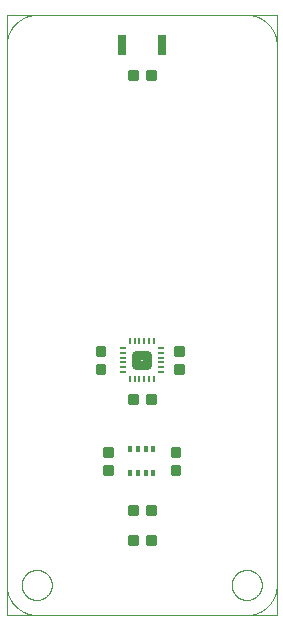
<source format=gtp>
G75*
%MOIN*%
%OFA0B0*%
%FSLAX25Y25*%
%IPPOS*%
%LPD*%
%AMOC8*
5,1,8,0,0,1.08239X$1,22.5*
%
%ADD10C,0.00000*%
%ADD11C,0.00875*%
%ADD12R,0.01378X0.01969*%
%ADD13R,0.03150X0.06693*%
%ADD14R,0.02362X0.00787*%
%ADD15R,0.00787X0.02362*%
%ADD16C,0.03031*%
D10*
X0005000Y0004300D02*
X0005000Y0204261D01*
X0094951Y0204261D01*
X0094951Y0004300D01*
X0005000Y0004300D01*
X0005000Y0014300D02*
X0005000Y0194300D01*
X0005003Y0194542D01*
X0005012Y0194783D01*
X0005026Y0195024D01*
X0005047Y0195265D01*
X0005073Y0195505D01*
X0005105Y0195745D01*
X0005143Y0195984D01*
X0005186Y0196221D01*
X0005236Y0196458D01*
X0005291Y0196693D01*
X0005351Y0196927D01*
X0005418Y0197159D01*
X0005489Y0197390D01*
X0005567Y0197619D01*
X0005650Y0197846D01*
X0005738Y0198071D01*
X0005832Y0198294D01*
X0005931Y0198514D01*
X0006036Y0198732D01*
X0006145Y0198947D01*
X0006260Y0199160D01*
X0006380Y0199370D01*
X0006505Y0199576D01*
X0006635Y0199780D01*
X0006770Y0199981D01*
X0006910Y0200178D01*
X0007054Y0200372D01*
X0007203Y0200562D01*
X0007357Y0200748D01*
X0007515Y0200931D01*
X0007677Y0201110D01*
X0007844Y0201285D01*
X0008015Y0201456D01*
X0008190Y0201623D01*
X0008369Y0201785D01*
X0008552Y0201943D01*
X0008738Y0202097D01*
X0008928Y0202246D01*
X0009122Y0202390D01*
X0009319Y0202530D01*
X0009520Y0202665D01*
X0009724Y0202795D01*
X0009930Y0202920D01*
X0010140Y0203040D01*
X0010353Y0203155D01*
X0010568Y0203264D01*
X0010786Y0203369D01*
X0011006Y0203468D01*
X0011229Y0203562D01*
X0011454Y0203650D01*
X0011681Y0203733D01*
X0011910Y0203811D01*
X0012141Y0203882D01*
X0012373Y0203949D01*
X0012607Y0204009D01*
X0012842Y0204064D01*
X0013079Y0204114D01*
X0013316Y0204157D01*
X0013555Y0204195D01*
X0013795Y0204227D01*
X0014035Y0204253D01*
X0014276Y0204274D01*
X0014517Y0204288D01*
X0014758Y0204297D01*
X0015000Y0204300D01*
X0085000Y0204300D01*
X0085242Y0204297D01*
X0085483Y0204288D01*
X0085724Y0204274D01*
X0085965Y0204253D01*
X0086205Y0204227D01*
X0086445Y0204195D01*
X0086684Y0204157D01*
X0086921Y0204114D01*
X0087158Y0204064D01*
X0087393Y0204009D01*
X0087627Y0203949D01*
X0087859Y0203882D01*
X0088090Y0203811D01*
X0088319Y0203733D01*
X0088546Y0203650D01*
X0088771Y0203562D01*
X0088994Y0203468D01*
X0089214Y0203369D01*
X0089432Y0203264D01*
X0089647Y0203155D01*
X0089860Y0203040D01*
X0090070Y0202920D01*
X0090276Y0202795D01*
X0090480Y0202665D01*
X0090681Y0202530D01*
X0090878Y0202390D01*
X0091072Y0202246D01*
X0091262Y0202097D01*
X0091448Y0201943D01*
X0091631Y0201785D01*
X0091810Y0201623D01*
X0091985Y0201456D01*
X0092156Y0201285D01*
X0092323Y0201110D01*
X0092485Y0200931D01*
X0092643Y0200748D01*
X0092797Y0200562D01*
X0092946Y0200372D01*
X0093090Y0200178D01*
X0093230Y0199981D01*
X0093365Y0199780D01*
X0093495Y0199576D01*
X0093620Y0199370D01*
X0093740Y0199160D01*
X0093855Y0198947D01*
X0093964Y0198732D01*
X0094069Y0198514D01*
X0094168Y0198294D01*
X0094262Y0198071D01*
X0094350Y0197846D01*
X0094433Y0197619D01*
X0094511Y0197390D01*
X0094582Y0197159D01*
X0094649Y0196927D01*
X0094709Y0196693D01*
X0094764Y0196458D01*
X0094814Y0196221D01*
X0094857Y0195984D01*
X0094895Y0195745D01*
X0094927Y0195505D01*
X0094953Y0195265D01*
X0094974Y0195024D01*
X0094988Y0194783D01*
X0094997Y0194542D01*
X0095000Y0194300D01*
X0095000Y0014300D01*
X0080000Y0014300D02*
X0080002Y0014441D01*
X0080008Y0014582D01*
X0080018Y0014722D01*
X0080032Y0014862D01*
X0080050Y0015002D01*
X0080071Y0015141D01*
X0080097Y0015280D01*
X0080126Y0015418D01*
X0080160Y0015554D01*
X0080197Y0015690D01*
X0080238Y0015825D01*
X0080283Y0015959D01*
X0080332Y0016091D01*
X0080384Y0016222D01*
X0080440Y0016351D01*
X0080500Y0016478D01*
X0080563Y0016604D01*
X0080629Y0016728D01*
X0080700Y0016851D01*
X0080773Y0016971D01*
X0080850Y0017089D01*
X0080930Y0017205D01*
X0081014Y0017318D01*
X0081100Y0017429D01*
X0081190Y0017538D01*
X0081283Y0017644D01*
X0081378Y0017747D01*
X0081477Y0017848D01*
X0081578Y0017946D01*
X0081682Y0018041D01*
X0081789Y0018133D01*
X0081898Y0018222D01*
X0082010Y0018307D01*
X0082124Y0018390D01*
X0082240Y0018470D01*
X0082359Y0018546D01*
X0082480Y0018618D01*
X0082602Y0018688D01*
X0082727Y0018753D01*
X0082853Y0018816D01*
X0082981Y0018874D01*
X0083111Y0018929D01*
X0083242Y0018981D01*
X0083375Y0019028D01*
X0083509Y0019072D01*
X0083644Y0019113D01*
X0083780Y0019149D01*
X0083917Y0019181D01*
X0084055Y0019210D01*
X0084193Y0019235D01*
X0084333Y0019255D01*
X0084473Y0019272D01*
X0084613Y0019285D01*
X0084754Y0019294D01*
X0084894Y0019299D01*
X0085035Y0019300D01*
X0085176Y0019297D01*
X0085317Y0019290D01*
X0085457Y0019279D01*
X0085597Y0019264D01*
X0085737Y0019245D01*
X0085876Y0019223D01*
X0086014Y0019196D01*
X0086152Y0019166D01*
X0086288Y0019131D01*
X0086424Y0019093D01*
X0086558Y0019051D01*
X0086692Y0019005D01*
X0086824Y0018956D01*
X0086954Y0018902D01*
X0087083Y0018845D01*
X0087210Y0018785D01*
X0087336Y0018721D01*
X0087459Y0018653D01*
X0087581Y0018582D01*
X0087701Y0018508D01*
X0087818Y0018430D01*
X0087933Y0018349D01*
X0088046Y0018265D01*
X0088157Y0018178D01*
X0088265Y0018087D01*
X0088370Y0017994D01*
X0088473Y0017897D01*
X0088573Y0017798D01*
X0088670Y0017696D01*
X0088764Y0017591D01*
X0088855Y0017484D01*
X0088943Y0017374D01*
X0089028Y0017262D01*
X0089110Y0017147D01*
X0089189Y0017030D01*
X0089264Y0016911D01*
X0089336Y0016790D01*
X0089404Y0016667D01*
X0089469Y0016542D01*
X0089531Y0016415D01*
X0089588Y0016286D01*
X0089643Y0016156D01*
X0089693Y0016025D01*
X0089740Y0015892D01*
X0089783Y0015758D01*
X0089822Y0015622D01*
X0089857Y0015486D01*
X0089889Y0015349D01*
X0089916Y0015211D01*
X0089940Y0015072D01*
X0089960Y0014932D01*
X0089976Y0014792D01*
X0089988Y0014652D01*
X0089996Y0014511D01*
X0090000Y0014370D01*
X0090000Y0014230D01*
X0089996Y0014089D01*
X0089988Y0013948D01*
X0089976Y0013808D01*
X0089960Y0013668D01*
X0089940Y0013528D01*
X0089916Y0013389D01*
X0089889Y0013251D01*
X0089857Y0013114D01*
X0089822Y0012978D01*
X0089783Y0012842D01*
X0089740Y0012708D01*
X0089693Y0012575D01*
X0089643Y0012444D01*
X0089588Y0012314D01*
X0089531Y0012185D01*
X0089469Y0012058D01*
X0089404Y0011933D01*
X0089336Y0011810D01*
X0089264Y0011689D01*
X0089189Y0011570D01*
X0089110Y0011453D01*
X0089028Y0011338D01*
X0088943Y0011226D01*
X0088855Y0011116D01*
X0088764Y0011009D01*
X0088670Y0010904D01*
X0088573Y0010802D01*
X0088473Y0010703D01*
X0088370Y0010606D01*
X0088265Y0010513D01*
X0088157Y0010422D01*
X0088046Y0010335D01*
X0087933Y0010251D01*
X0087818Y0010170D01*
X0087701Y0010092D01*
X0087581Y0010018D01*
X0087459Y0009947D01*
X0087336Y0009879D01*
X0087210Y0009815D01*
X0087083Y0009755D01*
X0086954Y0009698D01*
X0086824Y0009644D01*
X0086692Y0009595D01*
X0086558Y0009549D01*
X0086424Y0009507D01*
X0086288Y0009469D01*
X0086152Y0009434D01*
X0086014Y0009404D01*
X0085876Y0009377D01*
X0085737Y0009355D01*
X0085597Y0009336D01*
X0085457Y0009321D01*
X0085317Y0009310D01*
X0085176Y0009303D01*
X0085035Y0009300D01*
X0084894Y0009301D01*
X0084754Y0009306D01*
X0084613Y0009315D01*
X0084473Y0009328D01*
X0084333Y0009345D01*
X0084193Y0009365D01*
X0084055Y0009390D01*
X0083917Y0009419D01*
X0083780Y0009451D01*
X0083644Y0009487D01*
X0083509Y0009528D01*
X0083375Y0009572D01*
X0083242Y0009619D01*
X0083111Y0009671D01*
X0082981Y0009726D01*
X0082853Y0009784D01*
X0082727Y0009847D01*
X0082602Y0009912D01*
X0082480Y0009982D01*
X0082359Y0010054D01*
X0082240Y0010130D01*
X0082124Y0010210D01*
X0082010Y0010293D01*
X0081898Y0010378D01*
X0081789Y0010467D01*
X0081682Y0010559D01*
X0081578Y0010654D01*
X0081477Y0010752D01*
X0081378Y0010853D01*
X0081283Y0010956D01*
X0081190Y0011062D01*
X0081100Y0011171D01*
X0081014Y0011282D01*
X0080930Y0011395D01*
X0080850Y0011511D01*
X0080773Y0011629D01*
X0080700Y0011749D01*
X0080629Y0011872D01*
X0080563Y0011996D01*
X0080500Y0012122D01*
X0080440Y0012249D01*
X0080384Y0012378D01*
X0080332Y0012509D01*
X0080283Y0012641D01*
X0080238Y0012775D01*
X0080197Y0012910D01*
X0080160Y0013046D01*
X0080126Y0013182D01*
X0080097Y0013320D01*
X0080071Y0013459D01*
X0080050Y0013598D01*
X0080032Y0013738D01*
X0080018Y0013878D01*
X0080008Y0014018D01*
X0080002Y0014159D01*
X0080000Y0014300D01*
X0085000Y0004300D02*
X0085242Y0004303D01*
X0085483Y0004312D01*
X0085724Y0004326D01*
X0085965Y0004347D01*
X0086205Y0004373D01*
X0086445Y0004405D01*
X0086684Y0004443D01*
X0086921Y0004486D01*
X0087158Y0004536D01*
X0087393Y0004591D01*
X0087627Y0004651D01*
X0087859Y0004718D01*
X0088090Y0004789D01*
X0088319Y0004867D01*
X0088546Y0004950D01*
X0088771Y0005038D01*
X0088994Y0005132D01*
X0089214Y0005231D01*
X0089432Y0005336D01*
X0089647Y0005445D01*
X0089860Y0005560D01*
X0090070Y0005680D01*
X0090276Y0005805D01*
X0090480Y0005935D01*
X0090681Y0006070D01*
X0090878Y0006210D01*
X0091072Y0006354D01*
X0091262Y0006503D01*
X0091448Y0006657D01*
X0091631Y0006815D01*
X0091810Y0006977D01*
X0091985Y0007144D01*
X0092156Y0007315D01*
X0092323Y0007490D01*
X0092485Y0007669D01*
X0092643Y0007852D01*
X0092797Y0008038D01*
X0092946Y0008228D01*
X0093090Y0008422D01*
X0093230Y0008619D01*
X0093365Y0008820D01*
X0093495Y0009024D01*
X0093620Y0009230D01*
X0093740Y0009440D01*
X0093855Y0009653D01*
X0093964Y0009868D01*
X0094069Y0010086D01*
X0094168Y0010306D01*
X0094262Y0010529D01*
X0094350Y0010754D01*
X0094433Y0010981D01*
X0094511Y0011210D01*
X0094582Y0011441D01*
X0094649Y0011673D01*
X0094709Y0011907D01*
X0094764Y0012142D01*
X0094814Y0012379D01*
X0094857Y0012616D01*
X0094895Y0012855D01*
X0094927Y0013095D01*
X0094953Y0013335D01*
X0094974Y0013576D01*
X0094988Y0013817D01*
X0094997Y0014058D01*
X0095000Y0014300D01*
X0085000Y0004300D02*
X0015000Y0004300D01*
X0010000Y0014300D02*
X0010002Y0014441D01*
X0010008Y0014582D01*
X0010018Y0014722D01*
X0010032Y0014862D01*
X0010050Y0015002D01*
X0010071Y0015141D01*
X0010097Y0015280D01*
X0010126Y0015418D01*
X0010160Y0015554D01*
X0010197Y0015690D01*
X0010238Y0015825D01*
X0010283Y0015959D01*
X0010332Y0016091D01*
X0010384Y0016222D01*
X0010440Y0016351D01*
X0010500Y0016478D01*
X0010563Y0016604D01*
X0010629Y0016728D01*
X0010700Y0016851D01*
X0010773Y0016971D01*
X0010850Y0017089D01*
X0010930Y0017205D01*
X0011014Y0017318D01*
X0011100Y0017429D01*
X0011190Y0017538D01*
X0011283Y0017644D01*
X0011378Y0017747D01*
X0011477Y0017848D01*
X0011578Y0017946D01*
X0011682Y0018041D01*
X0011789Y0018133D01*
X0011898Y0018222D01*
X0012010Y0018307D01*
X0012124Y0018390D01*
X0012240Y0018470D01*
X0012359Y0018546D01*
X0012480Y0018618D01*
X0012602Y0018688D01*
X0012727Y0018753D01*
X0012853Y0018816D01*
X0012981Y0018874D01*
X0013111Y0018929D01*
X0013242Y0018981D01*
X0013375Y0019028D01*
X0013509Y0019072D01*
X0013644Y0019113D01*
X0013780Y0019149D01*
X0013917Y0019181D01*
X0014055Y0019210D01*
X0014193Y0019235D01*
X0014333Y0019255D01*
X0014473Y0019272D01*
X0014613Y0019285D01*
X0014754Y0019294D01*
X0014894Y0019299D01*
X0015035Y0019300D01*
X0015176Y0019297D01*
X0015317Y0019290D01*
X0015457Y0019279D01*
X0015597Y0019264D01*
X0015737Y0019245D01*
X0015876Y0019223D01*
X0016014Y0019196D01*
X0016152Y0019166D01*
X0016288Y0019131D01*
X0016424Y0019093D01*
X0016558Y0019051D01*
X0016692Y0019005D01*
X0016824Y0018956D01*
X0016954Y0018902D01*
X0017083Y0018845D01*
X0017210Y0018785D01*
X0017336Y0018721D01*
X0017459Y0018653D01*
X0017581Y0018582D01*
X0017701Y0018508D01*
X0017818Y0018430D01*
X0017933Y0018349D01*
X0018046Y0018265D01*
X0018157Y0018178D01*
X0018265Y0018087D01*
X0018370Y0017994D01*
X0018473Y0017897D01*
X0018573Y0017798D01*
X0018670Y0017696D01*
X0018764Y0017591D01*
X0018855Y0017484D01*
X0018943Y0017374D01*
X0019028Y0017262D01*
X0019110Y0017147D01*
X0019189Y0017030D01*
X0019264Y0016911D01*
X0019336Y0016790D01*
X0019404Y0016667D01*
X0019469Y0016542D01*
X0019531Y0016415D01*
X0019588Y0016286D01*
X0019643Y0016156D01*
X0019693Y0016025D01*
X0019740Y0015892D01*
X0019783Y0015758D01*
X0019822Y0015622D01*
X0019857Y0015486D01*
X0019889Y0015349D01*
X0019916Y0015211D01*
X0019940Y0015072D01*
X0019960Y0014932D01*
X0019976Y0014792D01*
X0019988Y0014652D01*
X0019996Y0014511D01*
X0020000Y0014370D01*
X0020000Y0014230D01*
X0019996Y0014089D01*
X0019988Y0013948D01*
X0019976Y0013808D01*
X0019960Y0013668D01*
X0019940Y0013528D01*
X0019916Y0013389D01*
X0019889Y0013251D01*
X0019857Y0013114D01*
X0019822Y0012978D01*
X0019783Y0012842D01*
X0019740Y0012708D01*
X0019693Y0012575D01*
X0019643Y0012444D01*
X0019588Y0012314D01*
X0019531Y0012185D01*
X0019469Y0012058D01*
X0019404Y0011933D01*
X0019336Y0011810D01*
X0019264Y0011689D01*
X0019189Y0011570D01*
X0019110Y0011453D01*
X0019028Y0011338D01*
X0018943Y0011226D01*
X0018855Y0011116D01*
X0018764Y0011009D01*
X0018670Y0010904D01*
X0018573Y0010802D01*
X0018473Y0010703D01*
X0018370Y0010606D01*
X0018265Y0010513D01*
X0018157Y0010422D01*
X0018046Y0010335D01*
X0017933Y0010251D01*
X0017818Y0010170D01*
X0017701Y0010092D01*
X0017581Y0010018D01*
X0017459Y0009947D01*
X0017336Y0009879D01*
X0017210Y0009815D01*
X0017083Y0009755D01*
X0016954Y0009698D01*
X0016824Y0009644D01*
X0016692Y0009595D01*
X0016558Y0009549D01*
X0016424Y0009507D01*
X0016288Y0009469D01*
X0016152Y0009434D01*
X0016014Y0009404D01*
X0015876Y0009377D01*
X0015737Y0009355D01*
X0015597Y0009336D01*
X0015457Y0009321D01*
X0015317Y0009310D01*
X0015176Y0009303D01*
X0015035Y0009300D01*
X0014894Y0009301D01*
X0014754Y0009306D01*
X0014613Y0009315D01*
X0014473Y0009328D01*
X0014333Y0009345D01*
X0014193Y0009365D01*
X0014055Y0009390D01*
X0013917Y0009419D01*
X0013780Y0009451D01*
X0013644Y0009487D01*
X0013509Y0009528D01*
X0013375Y0009572D01*
X0013242Y0009619D01*
X0013111Y0009671D01*
X0012981Y0009726D01*
X0012853Y0009784D01*
X0012727Y0009847D01*
X0012602Y0009912D01*
X0012480Y0009982D01*
X0012359Y0010054D01*
X0012240Y0010130D01*
X0012124Y0010210D01*
X0012010Y0010293D01*
X0011898Y0010378D01*
X0011789Y0010467D01*
X0011682Y0010559D01*
X0011578Y0010654D01*
X0011477Y0010752D01*
X0011378Y0010853D01*
X0011283Y0010956D01*
X0011190Y0011062D01*
X0011100Y0011171D01*
X0011014Y0011282D01*
X0010930Y0011395D01*
X0010850Y0011511D01*
X0010773Y0011629D01*
X0010700Y0011749D01*
X0010629Y0011872D01*
X0010563Y0011996D01*
X0010500Y0012122D01*
X0010440Y0012249D01*
X0010384Y0012378D01*
X0010332Y0012509D01*
X0010283Y0012641D01*
X0010238Y0012775D01*
X0010197Y0012910D01*
X0010160Y0013046D01*
X0010126Y0013182D01*
X0010097Y0013320D01*
X0010071Y0013459D01*
X0010050Y0013598D01*
X0010032Y0013738D01*
X0010018Y0013878D01*
X0010008Y0014018D01*
X0010002Y0014159D01*
X0010000Y0014300D01*
X0005000Y0014300D02*
X0005003Y0014058D01*
X0005012Y0013817D01*
X0005026Y0013576D01*
X0005047Y0013335D01*
X0005073Y0013095D01*
X0005105Y0012855D01*
X0005143Y0012616D01*
X0005186Y0012379D01*
X0005236Y0012142D01*
X0005291Y0011907D01*
X0005351Y0011673D01*
X0005418Y0011441D01*
X0005489Y0011210D01*
X0005567Y0010981D01*
X0005650Y0010754D01*
X0005738Y0010529D01*
X0005832Y0010306D01*
X0005931Y0010086D01*
X0006036Y0009868D01*
X0006145Y0009653D01*
X0006260Y0009440D01*
X0006380Y0009230D01*
X0006505Y0009024D01*
X0006635Y0008820D01*
X0006770Y0008619D01*
X0006910Y0008422D01*
X0007054Y0008228D01*
X0007203Y0008038D01*
X0007357Y0007852D01*
X0007515Y0007669D01*
X0007677Y0007490D01*
X0007844Y0007315D01*
X0008015Y0007144D01*
X0008190Y0006977D01*
X0008369Y0006815D01*
X0008552Y0006657D01*
X0008738Y0006503D01*
X0008928Y0006354D01*
X0009122Y0006210D01*
X0009319Y0006070D01*
X0009520Y0005935D01*
X0009724Y0005805D01*
X0009930Y0005680D01*
X0010140Y0005560D01*
X0010353Y0005445D01*
X0010568Y0005336D01*
X0010786Y0005231D01*
X0011006Y0005132D01*
X0011229Y0005038D01*
X0011454Y0004950D01*
X0011681Y0004867D01*
X0011910Y0004789D01*
X0012141Y0004718D01*
X0012373Y0004651D01*
X0012607Y0004591D01*
X0012842Y0004536D01*
X0013079Y0004486D01*
X0013316Y0004443D01*
X0013555Y0004405D01*
X0013795Y0004373D01*
X0014035Y0004347D01*
X0014276Y0004326D01*
X0014517Y0004312D01*
X0014758Y0004303D01*
X0015000Y0004300D01*
D11*
X0040063Y0051237D02*
X0040063Y0053863D01*
X0040063Y0051237D02*
X0037437Y0051237D01*
X0037437Y0053863D01*
X0040063Y0053863D01*
X0040063Y0052111D02*
X0037437Y0052111D01*
X0037437Y0052985D02*
X0040063Y0052985D01*
X0040063Y0053859D02*
X0037437Y0053859D01*
X0040063Y0057237D02*
X0040063Y0059863D01*
X0040063Y0057237D02*
X0037437Y0057237D01*
X0037437Y0059863D01*
X0040063Y0059863D01*
X0040063Y0058111D02*
X0037437Y0058111D01*
X0037437Y0058985D02*
X0040063Y0058985D01*
X0040063Y0059859D02*
X0037437Y0059859D01*
X0045687Y0074862D02*
X0048313Y0074862D01*
X0045687Y0074862D02*
X0045687Y0077488D01*
X0048313Y0077488D01*
X0048313Y0074862D01*
X0048313Y0075736D02*
X0045687Y0075736D01*
X0045687Y0076610D02*
X0048313Y0076610D01*
X0048313Y0077484D02*
X0045687Y0077484D01*
X0051687Y0074862D02*
X0054313Y0074862D01*
X0051687Y0074862D02*
X0051687Y0077488D01*
X0054313Y0077488D01*
X0054313Y0074862D01*
X0054313Y0075736D02*
X0051687Y0075736D01*
X0051687Y0076610D02*
X0054313Y0076610D01*
X0054313Y0077484D02*
X0051687Y0077484D01*
X0062563Y0059863D02*
X0062563Y0057237D01*
X0059937Y0057237D01*
X0059937Y0059863D01*
X0062563Y0059863D01*
X0062563Y0058111D02*
X0059937Y0058111D01*
X0059937Y0058985D02*
X0062563Y0058985D01*
X0062563Y0059859D02*
X0059937Y0059859D01*
X0062563Y0053863D02*
X0062563Y0051237D01*
X0059937Y0051237D01*
X0059937Y0053863D01*
X0062563Y0053863D01*
X0062563Y0052111D02*
X0059937Y0052111D01*
X0059937Y0052985D02*
X0062563Y0052985D01*
X0062563Y0053859D02*
X0059937Y0053859D01*
X0054313Y0040613D02*
X0051687Y0040613D01*
X0054313Y0040613D02*
X0054313Y0037987D01*
X0051687Y0037987D01*
X0051687Y0040613D01*
X0051687Y0038861D02*
X0054313Y0038861D01*
X0054313Y0039735D02*
X0051687Y0039735D01*
X0051687Y0040609D02*
X0054313Y0040609D01*
X0054313Y0030613D02*
X0051687Y0030613D01*
X0054313Y0030613D02*
X0054313Y0027987D01*
X0051687Y0027987D01*
X0051687Y0030613D01*
X0051687Y0028861D02*
X0054313Y0028861D01*
X0054313Y0029735D02*
X0051687Y0029735D01*
X0051687Y0030609D02*
X0054313Y0030609D01*
X0048313Y0030613D02*
X0045687Y0030613D01*
X0048313Y0030613D02*
X0048313Y0027987D01*
X0045687Y0027987D01*
X0045687Y0030613D01*
X0045687Y0028861D02*
X0048313Y0028861D01*
X0048313Y0029735D02*
X0045687Y0029735D01*
X0045687Y0030609D02*
X0048313Y0030609D01*
X0048313Y0040613D02*
X0045687Y0040613D01*
X0048313Y0040613D02*
X0048313Y0037987D01*
X0045687Y0037987D01*
X0045687Y0040613D01*
X0045687Y0038861D02*
X0048313Y0038861D01*
X0048313Y0039735D02*
X0045687Y0039735D01*
X0045687Y0040609D02*
X0048313Y0040609D01*
X0034937Y0084987D02*
X0034937Y0087613D01*
X0037563Y0087613D01*
X0037563Y0084987D01*
X0034937Y0084987D01*
X0034937Y0085861D02*
X0037563Y0085861D01*
X0037563Y0086735D02*
X0034937Y0086735D01*
X0034937Y0087609D02*
X0037563Y0087609D01*
X0034937Y0090987D02*
X0034937Y0093613D01*
X0037563Y0093613D01*
X0037563Y0090987D01*
X0034937Y0090987D01*
X0034937Y0091861D02*
X0037563Y0091861D01*
X0037563Y0092735D02*
X0034937Y0092735D01*
X0034937Y0093609D02*
X0037563Y0093609D01*
X0063813Y0093613D02*
X0063813Y0090987D01*
X0061187Y0090987D01*
X0061187Y0093613D01*
X0063813Y0093613D01*
X0063813Y0091861D02*
X0061187Y0091861D01*
X0061187Y0092735D02*
X0063813Y0092735D01*
X0063813Y0093609D02*
X0061187Y0093609D01*
X0063813Y0087613D02*
X0063813Y0084987D01*
X0061187Y0084987D01*
X0061187Y0087613D01*
X0063813Y0087613D01*
X0063813Y0085861D02*
X0061187Y0085861D01*
X0061187Y0086735D02*
X0063813Y0086735D01*
X0063813Y0087609D02*
X0061187Y0087609D01*
X0054313Y0185613D02*
X0051687Y0185613D01*
X0054313Y0185613D02*
X0054313Y0182987D01*
X0051687Y0182987D01*
X0051687Y0185613D01*
X0051687Y0183861D02*
X0054313Y0183861D01*
X0054313Y0184735D02*
X0051687Y0184735D01*
X0051687Y0185609D02*
X0054313Y0185609D01*
X0048313Y0185613D02*
X0045687Y0185613D01*
X0048313Y0185613D02*
X0048313Y0182987D01*
X0045687Y0182987D01*
X0045687Y0185613D01*
X0045687Y0183861D02*
X0048313Y0183861D01*
X0048313Y0184735D02*
X0045687Y0184735D01*
X0045687Y0185609D02*
X0048313Y0185609D01*
D12*
X0048720Y0059585D03*
X0051280Y0059585D03*
X0053839Y0059585D03*
X0053839Y0051515D03*
X0051280Y0051515D03*
X0048720Y0051515D03*
X0046161Y0051515D03*
X0046161Y0059585D03*
D13*
X0043307Y0194300D03*
X0056693Y0194300D03*
D14*
X0056299Y0093237D03*
X0056299Y0091662D03*
X0056299Y0090087D03*
X0056299Y0088513D03*
X0056299Y0086938D03*
X0056299Y0085363D03*
X0043701Y0085363D03*
X0043701Y0086938D03*
X0043701Y0088513D03*
X0043701Y0090087D03*
X0043701Y0091662D03*
X0043701Y0093237D03*
D15*
X0046063Y0095599D03*
X0047638Y0095599D03*
X0049213Y0095599D03*
X0050787Y0095599D03*
X0052362Y0095599D03*
X0053937Y0095599D03*
X0053937Y0083001D03*
X0052362Y0083001D03*
X0050787Y0083001D03*
X0049213Y0083001D03*
X0047638Y0083001D03*
X0046063Y0083001D03*
D16*
X0048169Y0087784D02*
X0051831Y0087784D01*
X0048169Y0087784D02*
X0048169Y0090816D01*
X0051831Y0090816D01*
X0051831Y0087784D01*
X0051831Y0090814D02*
X0048169Y0090814D01*
M02*

</source>
